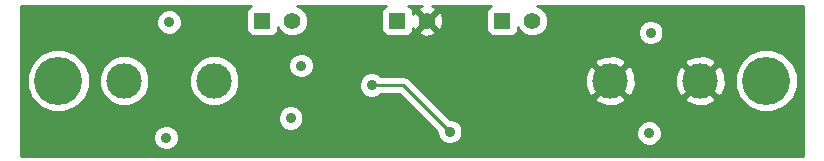
<source format=gbl>
G04 (created by PCBNEW (2013-07-07 BZR 4022)-stable) date 3/21/2015 2:07:51 PM*
%MOIN*%
G04 Gerber Fmt 3.4, Leading zero omitted, Abs format*
%FSLAX34Y34*%
G01*
G70*
G90*
G04 APERTURE LIST*
%ADD10C,0.00590551*%
%ADD11R,0.055X0.055*%
%ADD12C,0.055*%
%ADD13C,0.11811*%
%ADD14C,0.16*%
%ADD15C,0.035*%
%ADD16C,0.01*%
G04 APERTURE END LIST*
G54D10*
G54D11*
X82500Y-55500D03*
G54D12*
X83500Y-55500D03*
G54D11*
X86000Y-55500D03*
G54D12*
X87000Y-55500D03*
G54D11*
X78000Y-55500D03*
G54D12*
X79000Y-55500D03*
G54D13*
X76400Y-57500D03*
X73400Y-57500D03*
X89600Y-57500D03*
X92600Y-57500D03*
G54D14*
X71200Y-57500D03*
X94800Y-57500D03*
G54D15*
X90900Y-59250D03*
X90950Y-55900D03*
X79300Y-57000D03*
X78950Y-58750D03*
X74800Y-59400D03*
X74900Y-55550D03*
X86200Y-56650D03*
X85750Y-58250D03*
X85750Y-59150D03*
X82000Y-57000D03*
X81650Y-57650D03*
X84250Y-59200D03*
G54D16*
X82700Y-57650D02*
X81650Y-57650D01*
X84250Y-59200D02*
X82700Y-57650D01*
G54D10*
G36*
X96035Y-60000D02*
X95850Y-60000D01*
X95850Y-57292D01*
X95690Y-56906D01*
X95395Y-56610D01*
X95009Y-56450D01*
X94592Y-56449D01*
X94206Y-56609D01*
X93910Y-56904D01*
X93750Y-57290D01*
X93749Y-57707D01*
X93909Y-58094D01*
X94204Y-58389D01*
X94590Y-58549D01*
X95007Y-58550D01*
X95394Y-58390D01*
X95689Y-58095D01*
X95849Y-57709D01*
X95850Y-57292D01*
X95850Y-60000D01*
X93443Y-60000D01*
X93443Y-57651D01*
X93437Y-57316D01*
X93321Y-57037D01*
X93196Y-56974D01*
X93125Y-57045D01*
X93125Y-56903D01*
X93062Y-56778D01*
X92751Y-56656D01*
X92416Y-56662D01*
X92137Y-56778D01*
X92074Y-56903D01*
X92600Y-57429D01*
X93125Y-56903D01*
X93125Y-57045D01*
X92670Y-57500D01*
X93196Y-58025D01*
X93321Y-57962D01*
X93443Y-57651D01*
X93443Y-60000D01*
X93125Y-60000D01*
X93125Y-58096D01*
X92600Y-57570D01*
X92529Y-57641D01*
X92529Y-57500D01*
X92003Y-56974D01*
X91878Y-57037D01*
X91756Y-57348D01*
X91762Y-57683D01*
X91878Y-57962D01*
X92003Y-58025D01*
X92529Y-57500D01*
X92529Y-57641D01*
X92074Y-58096D01*
X92137Y-58221D01*
X92448Y-58343D01*
X92783Y-58337D01*
X93062Y-58221D01*
X93125Y-58096D01*
X93125Y-60000D01*
X91375Y-60000D01*
X91375Y-55815D01*
X91310Y-55659D01*
X91191Y-55539D01*
X91034Y-55475D01*
X90865Y-55474D01*
X90709Y-55539D01*
X90589Y-55658D01*
X90525Y-55815D01*
X90524Y-55984D01*
X90589Y-56140D01*
X90708Y-56260D01*
X90865Y-56324D01*
X91034Y-56325D01*
X91190Y-56260D01*
X91310Y-56141D01*
X91374Y-55984D01*
X91375Y-55815D01*
X91375Y-60000D01*
X91325Y-60000D01*
X91325Y-59165D01*
X91260Y-59009D01*
X91141Y-58889D01*
X90984Y-58825D01*
X90815Y-58824D01*
X90659Y-58889D01*
X90539Y-59008D01*
X90475Y-59165D01*
X90474Y-59334D01*
X90539Y-59490D01*
X90658Y-59610D01*
X90815Y-59674D01*
X90984Y-59675D01*
X91140Y-59610D01*
X91260Y-59491D01*
X91324Y-59334D01*
X91325Y-59165D01*
X91325Y-60000D01*
X90443Y-60000D01*
X90443Y-57651D01*
X90437Y-57316D01*
X90321Y-57037D01*
X90196Y-56974D01*
X90125Y-57045D01*
X90125Y-56903D01*
X90062Y-56778D01*
X89751Y-56656D01*
X89416Y-56662D01*
X89137Y-56778D01*
X89074Y-56903D01*
X89600Y-57429D01*
X90125Y-56903D01*
X90125Y-57045D01*
X89670Y-57500D01*
X90196Y-58025D01*
X90321Y-57962D01*
X90443Y-57651D01*
X90443Y-60000D01*
X90125Y-60000D01*
X90125Y-58096D01*
X89600Y-57570D01*
X89529Y-57641D01*
X89529Y-57500D01*
X89003Y-56974D01*
X88878Y-57037D01*
X88756Y-57348D01*
X88762Y-57683D01*
X88878Y-57962D01*
X89003Y-58025D01*
X89529Y-57500D01*
X89529Y-57641D01*
X89074Y-58096D01*
X89137Y-58221D01*
X89448Y-58343D01*
X89783Y-58337D01*
X90062Y-58221D01*
X90125Y-58096D01*
X90125Y-60000D01*
X84675Y-60000D01*
X84675Y-59115D01*
X84610Y-58959D01*
X84491Y-58839D01*
X84334Y-58775D01*
X84249Y-58774D01*
X84029Y-58555D01*
X84029Y-55575D01*
X84018Y-55367D01*
X83960Y-55227D01*
X83867Y-55202D01*
X83570Y-55500D01*
X83867Y-55797D01*
X83960Y-55772D01*
X84029Y-55575D01*
X84029Y-58555D01*
X83797Y-58322D01*
X83797Y-55867D01*
X83500Y-55570D01*
X83202Y-55867D01*
X83227Y-55960D01*
X83424Y-56029D01*
X83632Y-56018D01*
X83772Y-55960D01*
X83797Y-55867D01*
X83797Y-58322D01*
X82912Y-57437D01*
X82814Y-57372D01*
X82700Y-57350D01*
X81951Y-57350D01*
X81891Y-57289D01*
X81734Y-57225D01*
X81565Y-57224D01*
X81409Y-57289D01*
X81289Y-57408D01*
X81225Y-57565D01*
X81224Y-57734D01*
X81289Y-57890D01*
X81408Y-58010D01*
X81565Y-58074D01*
X81734Y-58075D01*
X81890Y-58010D01*
X81951Y-57950D01*
X82575Y-57950D01*
X83825Y-59199D01*
X83824Y-59284D01*
X83889Y-59440D01*
X84008Y-59560D01*
X84165Y-59624D01*
X84334Y-59625D01*
X84490Y-59560D01*
X84610Y-59441D01*
X84674Y-59284D01*
X84675Y-59115D01*
X84675Y-60000D01*
X79725Y-60000D01*
X79725Y-56915D01*
X79660Y-56759D01*
X79541Y-56639D01*
X79384Y-56575D01*
X79215Y-56574D01*
X79059Y-56639D01*
X78939Y-56758D01*
X78875Y-56915D01*
X78874Y-57084D01*
X78939Y-57240D01*
X79058Y-57360D01*
X79215Y-57424D01*
X79384Y-57425D01*
X79540Y-57360D01*
X79660Y-57241D01*
X79724Y-57084D01*
X79725Y-56915D01*
X79725Y-60000D01*
X79375Y-60000D01*
X79375Y-58665D01*
X79310Y-58509D01*
X79191Y-58389D01*
X79034Y-58325D01*
X78865Y-58324D01*
X78709Y-58389D01*
X78589Y-58508D01*
X78525Y-58665D01*
X78524Y-58834D01*
X78589Y-58990D01*
X78708Y-59110D01*
X78865Y-59174D01*
X79034Y-59175D01*
X79190Y-59110D01*
X79310Y-58991D01*
X79374Y-58834D01*
X79375Y-58665D01*
X79375Y-60000D01*
X77240Y-60000D01*
X77240Y-57333D01*
X77113Y-57024D01*
X76876Y-56787D01*
X76567Y-56659D01*
X76233Y-56659D01*
X75924Y-56787D01*
X75687Y-57023D01*
X75559Y-57332D01*
X75559Y-57666D01*
X75687Y-57975D01*
X75923Y-58212D01*
X76232Y-58340D01*
X76566Y-58340D01*
X76875Y-58213D01*
X77112Y-57976D01*
X77240Y-57667D01*
X77240Y-57333D01*
X77240Y-60000D01*
X75325Y-60000D01*
X75325Y-55465D01*
X75260Y-55309D01*
X75141Y-55189D01*
X74984Y-55125D01*
X74815Y-55124D01*
X74659Y-55189D01*
X74539Y-55308D01*
X74475Y-55465D01*
X74474Y-55634D01*
X74539Y-55790D01*
X74658Y-55910D01*
X74815Y-55974D01*
X74984Y-55975D01*
X75140Y-55910D01*
X75260Y-55791D01*
X75324Y-55634D01*
X75325Y-55465D01*
X75325Y-60000D01*
X75225Y-60000D01*
X75225Y-59315D01*
X75160Y-59159D01*
X75041Y-59039D01*
X74884Y-58975D01*
X74715Y-58974D01*
X74559Y-59039D01*
X74439Y-59158D01*
X74375Y-59315D01*
X74374Y-59484D01*
X74439Y-59640D01*
X74558Y-59760D01*
X74715Y-59824D01*
X74884Y-59825D01*
X75040Y-59760D01*
X75160Y-59641D01*
X75224Y-59484D01*
X75225Y-59315D01*
X75225Y-60000D01*
X74240Y-60000D01*
X74240Y-57333D01*
X74113Y-57024D01*
X73876Y-56787D01*
X73567Y-56659D01*
X73233Y-56659D01*
X72924Y-56787D01*
X72687Y-57023D01*
X72559Y-57332D01*
X72559Y-57666D01*
X72687Y-57975D01*
X72923Y-58212D01*
X73232Y-58340D01*
X73566Y-58340D01*
X73875Y-58213D01*
X74112Y-57976D01*
X74240Y-57667D01*
X74240Y-57333D01*
X74240Y-60000D01*
X72250Y-60000D01*
X72250Y-57292D01*
X72090Y-56906D01*
X71795Y-56610D01*
X71409Y-56450D01*
X70992Y-56449D01*
X70606Y-56609D01*
X70310Y-56904D01*
X70150Y-57290D01*
X70149Y-57707D01*
X70309Y-58094D01*
X70604Y-58389D01*
X70990Y-58549D01*
X71407Y-58550D01*
X71794Y-58390D01*
X72089Y-58095D01*
X72249Y-57709D01*
X72250Y-57292D01*
X72250Y-60000D01*
X69964Y-60000D01*
X69964Y-54996D01*
X77624Y-54996D01*
X77583Y-55012D01*
X77513Y-55083D01*
X77475Y-55175D01*
X77474Y-55274D01*
X77474Y-55824D01*
X77512Y-55916D01*
X77583Y-55986D01*
X77675Y-56024D01*
X77774Y-56025D01*
X78324Y-56025D01*
X78416Y-55987D01*
X78486Y-55916D01*
X78524Y-55824D01*
X78525Y-55725D01*
X78525Y-55725D01*
X78554Y-55797D01*
X78702Y-55944D01*
X78895Y-56024D01*
X79103Y-56025D01*
X79297Y-55945D01*
X79444Y-55797D01*
X79524Y-55604D01*
X79525Y-55396D01*
X79445Y-55203D01*
X79297Y-55055D01*
X79155Y-54996D01*
X82124Y-54996D01*
X82083Y-55012D01*
X82013Y-55083D01*
X81975Y-55175D01*
X81974Y-55274D01*
X81974Y-55824D01*
X82012Y-55916D01*
X82083Y-55986D01*
X82175Y-56024D01*
X82274Y-56025D01*
X82824Y-56025D01*
X82916Y-55987D01*
X82986Y-55916D01*
X83024Y-55824D01*
X83025Y-55737D01*
X83039Y-55772D01*
X83132Y-55797D01*
X83429Y-55500D01*
X83132Y-55202D01*
X83039Y-55227D01*
X83025Y-55268D01*
X83025Y-55175D01*
X82987Y-55083D01*
X82916Y-55013D01*
X82875Y-54996D01*
X83331Y-54996D01*
X83227Y-55039D01*
X83202Y-55132D01*
X83500Y-55429D01*
X83797Y-55132D01*
X83772Y-55039D01*
X83649Y-54996D01*
X85624Y-54996D01*
X85583Y-55012D01*
X85513Y-55083D01*
X85475Y-55175D01*
X85474Y-55274D01*
X85474Y-55824D01*
X85512Y-55916D01*
X85583Y-55986D01*
X85675Y-56024D01*
X85774Y-56025D01*
X86324Y-56025D01*
X86416Y-55987D01*
X86486Y-55916D01*
X86524Y-55824D01*
X86525Y-55725D01*
X86525Y-55725D01*
X86554Y-55797D01*
X86702Y-55944D01*
X86895Y-56024D01*
X87103Y-56025D01*
X87297Y-55945D01*
X87444Y-55797D01*
X87524Y-55604D01*
X87525Y-55396D01*
X87445Y-55203D01*
X87297Y-55055D01*
X87155Y-54996D01*
X96035Y-54996D01*
X96035Y-60000D01*
X96035Y-60000D01*
G37*
G54D16*
X96035Y-60000D02*
X95850Y-60000D01*
X95850Y-57292D01*
X95690Y-56906D01*
X95395Y-56610D01*
X95009Y-56450D01*
X94592Y-56449D01*
X94206Y-56609D01*
X93910Y-56904D01*
X93750Y-57290D01*
X93749Y-57707D01*
X93909Y-58094D01*
X94204Y-58389D01*
X94590Y-58549D01*
X95007Y-58550D01*
X95394Y-58390D01*
X95689Y-58095D01*
X95849Y-57709D01*
X95850Y-57292D01*
X95850Y-60000D01*
X93443Y-60000D01*
X93443Y-57651D01*
X93437Y-57316D01*
X93321Y-57037D01*
X93196Y-56974D01*
X93125Y-57045D01*
X93125Y-56903D01*
X93062Y-56778D01*
X92751Y-56656D01*
X92416Y-56662D01*
X92137Y-56778D01*
X92074Y-56903D01*
X92600Y-57429D01*
X93125Y-56903D01*
X93125Y-57045D01*
X92670Y-57500D01*
X93196Y-58025D01*
X93321Y-57962D01*
X93443Y-57651D01*
X93443Y-60000D01*
X93125Y-60000D01*
X93125Y-58096D01*
X92600Y-57570D01*
X92529Y-57641D01*
X92529Y-57500D01*
X92003Y-56974D01*
X91878Y-57037D01*
X91756Y-57348D01*
X91762Y-57683D01*
X91878Y-57962D01*
X92003Y-58025D01*
X92529Y-57500D01*
X92529Y-57641D01*
X92074Y-58096D01*
X92137Y-58221D01*
X92448Y-58343D01*
X92783Y-58337D01*
X93062Y-58221D01*
X93125Y-58096D01*
X93125Y-60000D01*
X91375Y-60000D01*
X91375Y-55815D01*
X91310Y-55659D01*
X91191Y-55539D01*
X91034Y-55475D01*
X90865Y-55474D01*
X90709Y-55539D01*
X90589Y-55658D01*
X90525Y-55815D01*
X90524Y-55984D01*
X90589Y-56140D01*
X90708Y-56260D01*
X90865Y-56324D01*
X91034Y-56325D01*
X91190Y-56260D01*
X91310Y-56141D01*
X91374Y-55984D01*
X91375Y-55815D01*
X91375Y-60000D01*
X91325Y-60000D01*
X91325Y-59165D01*
X91260Y-59009D01*
X91141Y-58889D01*
X90984Y-58825D01*
X90815Y-58824D01*
X90659Y-58889D01*
X90539Y-59008D01*
X90475Y-59165D01*
X90474Y-59334D01*
X90539Y-59490D01*
X90658Y-59610D01*
X90815Y-59674D01*
X90984Y-59675D01*
X91140Y-59610D01*
X91260Y-59491D01*
X91324Y-59334D01*
X91325Y-59165D01*
X91325Y-60000D01*
X90443Y-60000D01*
X90443Y-57651D01*
X90437Y-57316D01*
X90321Y-57037D01*
X90196Y-56974D01*
X90125Y-57045D01*
X90125Y-56903D01*
X90062Y-56778D01*
X89751Y-56656D01*
X89416Y-56662D01*
X89137Y-56778D01*
X89074Y-56903D01*
X89600Y-57429D01*
X90125Y-56903D01*
X90125Y-57045D01*
X89670Y-57500D01*
X90196Y-58025D01*
X90321Y-57962D01*
X90443Y-57651D01*
X90443Y-60000D01*
X90125Y-60000D01*
X90125Y-58096D01*
X89600Y-57570D01*
X89529Y-57641D01*
X89529Y-57500D01*
X89003Y-56974D01*
X88878Y-57037D01*
X88756Y-57348D01*
X88762Y-57683D01*
X88878Y-57962D01*
X89003Y-58025D01*
X89529Y-57500D01*
X89529Y-57641D01*
X89074Y-58096D01*
X89137Y-58221D01*
X89448Y-58343D01*
X89783Y-58337D01*
X90062Y-58221D01*
X90125Y-58096D01*
X90125Y-60000D01*
X84675Y-60000D01*
X84675Y-59115D01*
X84610Y-58959D01*
X84491Y-58839D01*
X84334Y-58775D01*
X84249Y-58774D01*
X84029Y-58555D01*
X84029Y-55575D01*
X84018Y-55367D01*
X83960Y-55227D01*
X83867Y-55202D01*
X83570Y-55500D01*
X83867Y-55797D01*
X83960Y-55772D01*
X84029Y-55575D01*
X84029Y-58555D01*
X83797Y-58322D01*
X83797Y-55867D01*
X83500Y-55570D01*
X83202Y-55867D01*
X83227Y-55960D01*
X83424Y-56029D01*
X83632Y-56018D01*
X83772Y-55960D01*
X83797Y-55867D01*
X83797Y-58322D01*
X82912Y-57437D01*
X82814Y-57372D01*
X82700Y-57350D01*
X81951Y-57350D01*
X81891Y-57289D01*
X81734Y-57225D01*
X81565Y-57224D01*
X81409Y-57289D01*
X81289Y-57408D01*
X81225Y-57565D01*
X81224Y-57734D01*
X81289Y-57890D01*
X81408Y-58010D01*
X81565Y-58074D01*
X81734Y-58075D01*
X81890Y-58010D01*
X81951Y-57950D01*
X82575Y-57950D01*
X83825Y-59199D01*
X83824Y-59284D01*
X83889Y-59440D01*
X84008Y-59560D01*
X84165Y-59624D01*
X84334Y-59625D01*
X84490Y-59560D01*
X84610Y-59441D01*
X84674Y-59284D01*
X84675Y-59115D01*
X84675Y-60000D01*
X79725Y-60000D01*
X79725Y-56915D01*
X79660Y-56759D01*
X79541Y-56639D01*
X79384Y-56575D01*
X79215Y-56574D01*
X79059Y-56639D01*
X78939Y-56758D01*
X78875Y-56915D01*
X78874Y-57084D01*
X78939Y-57240D01*
X79058Y-57360D01*
X79215Y-57424D01*
X79384Y-57425D01*
X79540Y-57360D01*
X79660Y-57241D01*
X79724Y-57084D01*
X79725Y-56915D01*
X79725Y-60000D01*
X79375Y-60000D01*
X79375Y-58665D01*
X79310Y-58509D01*
X79191Y-58389D01*
X79034Y-58325D01*
X78865Y-58324D01*
X78709Y-58389D01*
X78589Y-58508D01*
X78525Y-58665D01*
X78524Y-58834D01*
X78589Y-58990D01*
X78708Y-59110D01*
X78865Y-59174D01*
X79034Y-59175D01*
X79190Y-59110D01*
X79310Y-58991D01*
X79374Y-58834D01*
X79375Y-58665D01*
X79375Y-60000D01*
X77240Y-60000D01*
X77240Y-57333D01*
X77113Y-57024D01*
X76876Y-56787D01*
X76567Y-56659D01*
X76233Y-56659D01*
X75924Y-56787D01*
X75687Y-57023D01*
X75559Y-57332D01*
X75559Y-57666D01*
X75687Y-57975D01*
X75923Y-58212D01*
X76232Y-58340D01*
X76566Y-58340D01*
X76875Y-58213D01*
X77112Y-57976D01*
X77240Y-57667D01*
X77240Y-57333D01*
X77240Y-60000D01*
X75325Y-60000D01*
X75325Y-55465D01*
X75260Y-55309D01*
X75141Y-55189D01*
X74984Y-55125D01*
X74815Y-55124D01*
X74659Y-55189D01*
X74539Y-55308D01*
X74475Y-55465D01*
X74474Y-55634D01*
X74539Y-55790D01*
X74658Y-55910D01*
X74815Y-55974D01*
X74984Y-55975D01*
X75140Y-55910D01*
X75260Y-55791D01*
X75324Y-55634D01*
X75325Y-55465D01*
X75325Y-60000D01*
X75225Y-60000D01*
X75225Y-59315D01*
X75160Y-59159D01*
X75041Y-59039D01*
X74884Y-58975D01*
X74715Y-58974D01*
X74559Y-59039D01*
X74439Y-59158D01*
X74375Y-59315D01*
X74374Y-59484D01*
X74439Y-59640D01*
X74558Y-59760D01*
X74715Y-59824D01*
X74884Y-59825D01*
X75040Y-59760D01*
X75160Y-59641D01*
X75224Y-59484D01*
X75225Y-59315D01*
X75225Y-60000D01*
X74240Y-60000D01*
X74240Y-57333D01*
X74113Y-57024D01*
X73876Y-56787D01*
X73567Y-56659D01*
X73233Y-56659D01*
X72924Y-56787D01*
X72687Y-57023D01*
X72559Y-57332D01*
X72559Y-57666D01*
X72687Y-57975D01*
X72923Y-58212D01*
X73232Y-58340D01*
X73566Y-58340D01*
X73875Y-58213D01*
X74112Y-57976D01*
X74240Y-57667D01*
X74240Y-57333D01*
X74240Y-60000D01*
X72250Y-60000D01*
X72250Y-57292D01*
X72090Y-56906D01*
X71795Y-56610D01*
X71409Y-56450D01*
X70992Y-56449D01*
X70606Y-56609D01*
X70310Y-56904D01*
X70150Y-57290D01*
X70149Y-57707D01*
X70309Y-58094D01*
X70604Y-58389D01*
X70990Y-58549D01*
X71407Y-58550D01*
X71794Y-58390D01*
X72089Y-58095D01*
X72249Y-57709D01*
X72250Y-57292D01*
X72250Y-60000D01*
X69964Y-60000D01*
X69964Y-54996D01*
X77624Y-54996D01*
X77583Y-55012D01*
X77513Y-55083D01*
X77475Y-55175D01*
X77474Y-55274D01*
X77474Y-55824D01*
X77512Y-55916D01*
X77583Y-55986D01*
X77675Y-56024D01*
X77774Y-56025D01*
X78324Y-56025D01*
X78416Y-55987D01*
X78486Y-55916D01*
X78524Y-55824D01*
X78525Y-55725D01*
X78525Y-55725D01*
X78554Y-55797D01*
X78702Y-55944D01*
X78895Y-56024D01*
X79103Y-56025D01*
X79297Y-55945D01*
X79444Y-55797D01*
X79524Y-55604D01*
X79525Y-55396D01*
X79445Y-55203D01*
X79297Y-55055D01*
X79155Y-54996D01*
X82124Y-54996D01*
X82083Y-55012D01*
X82013Y-55083D01*
X81975Y-55175D01*
X81974Y-55274D01*
X81974Y-55824D01*
X82012Y-55916D01*
X82083Y-55986D01*
X82175Y-56024D01*
X82274Y-56025D01*
X82824Y-56025D01*
X82916Y-55987D01*
X82986Y-55916D01*
X83024Y-55824D01*
X83025Y-55737D01*
X83039Y-55772D01*
X83132Y-55797D01*
X83429Y-55500D01*
X83132Y-55202D01*
X83039Y-55227D01*
X83025Y-55268D01*
X83025Y-55175D01*
X82987Y-55083D01*
X82916Y-55013D01*
X82875Y-54996D01*
X83331Y-54996D01*
X83227Y-55039D01*
X83202Y-55132D01*
X83500Y-55429D01*
X83797Y-55132D01*
X83772Y-55039D01*
X83649Y-54996D01*
X85624Y-54996D01*
X85583Y-55012D01*
X85513Y-55083D01*
X85475Y-55175D01*
X85474Y-55274D01*
X85474Y-55824D01*
X85512Y-55916D01*
X85583Y-55986D01*
X85675Y-56024D01*
X85774Y-56025D01*
X86324Y-56025D01*
X86416Y-55987D01*
X86486Y-55916D01*
X86524Y-55824D01*
X86525Y-55725D01*
X86525Y-55725D01*
X86554Y-55797D01*
X86702Y-55944D01*
X86895Y-56024D01*
X87103Y-56025D01*
X87297Y-55945D01*
X87444Y-55797D01*
X87524Y-55604D01*
X87525Y-55396D01*
X87445Y-55203D01*
X87297Y-55055D01*
X87155Y-54996D01*
X96035Y-54996D01*
X96035Y-60000D01*
M02*

</source>
